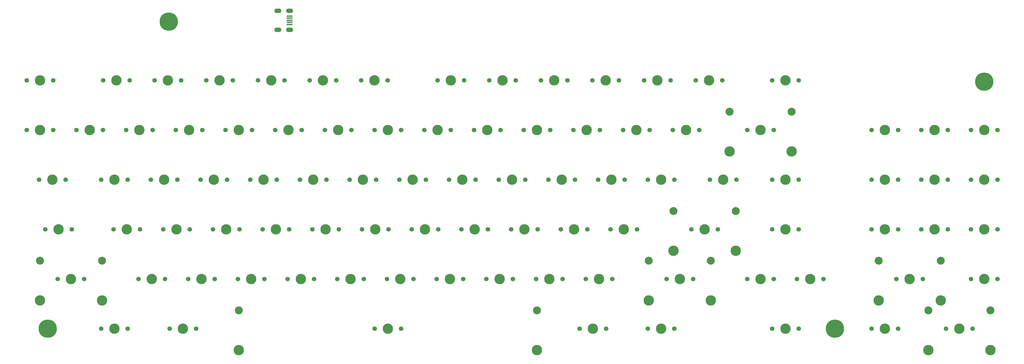
<source format=gts>
G04 #@! TF.GenerationSoftware,KiCad,Pcbnew,5.1.9*
G04 #@! TF.CreationDate,2021-03-26T15:39:31-04:00*
G04 #@! TF.ProjectId,EKS-1k,454b532d-316b-42e6-9b69-6361645f7063,rev?*
G04 #@! TF.SameCoordinates,Original*
G04 #@! TF.FileFunction,Soldermask,Top*
G04 #@! TF.FilePolarity,Negative*
%FSLAX46Y46*%
G04 Gerber Fmt 4.6, Leading zero omitted, Abs format (unit mm)*
G04 Created by KiCad (PCBNEW 5.1.9) date 2021-03-26 15:39:31*
%MOMM*%
%LPD*%
G01*
G04 APERTURE LIST*
%ADD10O,2.700000X1.700000*%
%ADD11R,2.250000X0.500000*%
%ADD12C,7.000000*%
%ADD13C,1.750000*%
%ADD14C,3.987800*%
%ADD15C,3.048000*%
G04 APERTURE END LIST*
D10*
G04 #@! TO.C,J1*
X102700000Y-7387500D03*
X102700000Y-14687500D03*
X107200000Y-14687500D03*
X107200000Y-7387500D03*
D11*
X107200000Y-9437500D03*
X107200000Y-10237500D03*
X107200000Y-11037500D03*
X107200000Y-11837500D03*
X107200000Y-12637500D03*
G04 #@! TD*
D12*
G04 #@! TO.C,REF4*
X316250000Y-129300000D03*
G04 #@! TD*
G04 #@! TO.C,REF2*
X373450000Y-34600000D03*
G04 #@! TD*
G04 #@! TO.C,REF3*
X14500000Y-129300000D03*
G04 #@! TD*
G04 #@! TO.C,REF1*
X60900000Y-11600000D03*
G04 #@! TD*
D13*
G04 #@! TO.C,MX12*
X45878900Y-34056250D03*
X35718900Y-34056250D03*
D14*
X40798900Y-34056250D03*
G04 #@! TD*
G04 #@! TO.C,MX1*
X11500000Y-34056250D03*
D13*
X6420000Y-34056250D03*
X16580000Y-34056250D03*
G04 #@! TD*
D14*
G04 #@! TO.C,MX91*
X363925000Y-129306250D03*
D13*
X358845000Y-129306250D03*
X369005000Y-129306250D03*
D15*
X352018750Y-122321250D03*
X375831250Y-122321250D03*
D14*
X352018750Y-137561250D03*
X375831250Y-137561250D03*
G04 #@! TD*
G04 #@! TO.C,MX90*
X373450000Y-110256250D03*
D13*
X368370000Y-110256250D03*
X378530000Y-110256250D03*
G04 #@! TD*
D14*
G04 #@! TO.C,MX89*
X373450000Y-91206250D03*
D13*
X368370000Y-91206250D03*
X378530000Y-91206250D03*
G04 #@! TD*
D14*
G04 #@! TO.C,MX88*
X373450000Y-72156250D03*
D13*
X368370000Y-72156250D03*
X378530000Y-72156250D03*
G04 #@! TD*
D14*
G04 #@! TO.C,MX87*
X373450000Y-53106250D03*
D13*
X368370000Y-53106250D03*
X378530000Y-53106250D03*
G04 #@! TD*
D14*
G04 #@! TO.C,MX86*
X354400000Y-91206250D03*
D13*
X349320000Y-91206250D03*
X359480000Y-91206250D03*
G04 #@! TD*
D14*
G04 #@! TO.C,MX85*
X354400000Y-72156250D03*
D13*
X349320000Y-72156250D03*
X359480000Y-72156250D03*
G04 #@! TD*
D14*
G04 #@! TO.C,MX84*
X354400000Y-53106250D03*
D13*
X349320000Y-53106250D03*
X359480000Y-53106250D03*
G04 #@! TD*
D14*
G04 #@! TO.C,MX83*
X335350000Y-129306250D03*
D13*
X330270000Y-129306250D03*
X340430000Y-129306250D03*
G04 #@! TD*
D14*
G04 #@! TO.C,MX82*
X344875000Y-110256250D03*
D13*
X339795000Y-110256250D03*
X349955000Y-110256250D03*
D15*
X332968750Y-103271250D03*
X356781250Y-103271250D03*
D14*
X332968750Y-118511250D03*
X356781250Y-118511250D03*
G04 #@! TD*
G04 #@! TO.C,MX81*
X335350000Y-91206250D03*
D13*
X330270000Y-91206250D03*
X340430000Y-91206250D03*
G04 #@! TD*
D14*
G04 #@! TO.C,MX80*
X335350000Y-72156250D03*
D13*
X330270000Y-72156250D03*
X340430000Y-72156250D03*
G04 #@! TD*
D14*
G04 #@! TO.C,MX79*
X335350000Y-53106250D03*
D13*
X330270000Y-53106250D03*
X340430000Y-53106250D03*
G04 #@! TD*
D14*
G04 #@! TO.C,MX78*
X297250000Y-129306250D03*
D13*
X292170000Y-129306250D03*
X302330000Y-129306250D03*
G04 #@! TD*
D14*
G04 #@! TO.C,MX77*
X306775000Y-110256250D03*
D13*
X301695000Y-110256250D03*
X311855000Y-110256250D03*
G04 #@! TD*
D14*
G04 #@! TO.C,MX76*
X297250000Y-91206250D03*
D13*
X292170000Y-91206250D03*
X302330000Y-91206250D03*
G04 #@! TD*
D14*
G04 #@! TO.C,MX75*
X297250000Y-72156250D03*
D13*
X292170000Y-72156250D03*
X302330000Y-72156250D03*
G04 #@! TD*
D14*
G04 #@! TO.C,MX74*
X287725000Y-53106250D03*
D13*
X282645000Y-53106250D03*
X292805000Y-53106250D03*
D15*
X275818750Y-46121250D03*
X299631250Y-46121250D03*
D14*
X275818750Y-61361250D03*
X299631250Y-61361250D03*
G04 #@! TD*
G04 #@! TO.C,MX73*
X297250000Y-34056250D03*
D13*
X292170000Y-34056250D03*
X302330000Y-34056250D03*
G04 #@! TD*
D14*
G04 #@! TO.C,MX72*
X287725000Y-110256250D03*
D13*
X282645000Y-110256250D03*
X292805000Y-110256250D03*
G04 #@! TD*
D14*
G04 #@! TO.C,MX71*
X266293750Y-91206250D03*
D13*
X261213750Y-91206250D03*
X271373750Y-91206250D03*
D15*
X254387500Y-84221250D03*
X278200000Y-84221250D03*
D14*
X254387500Y-99461250D03*
X278200000Y-99461250D03*
G04 #@! TD*
G04 #@! TO.C,MX70*
X273437500Y-72156250D03*
D13*
X268357500Y-72156250D03*
X278517500Y-72156250D03*
G04 #@! TD*
D14*
G04 #@! TO.C,MX69*
X259150000Y-53106250D03*
D13*
X254070000Y-53106250D03*
X264230000Y-53106250D03*
G04 #@! TD*
G04 #@! TO.C,MX68*
X273031100Y-34056250D03*
X262871100Y-34056250D03*
D14*
X267951100Y-34056250D03*
G04 #@! TD*
G04 #@! TO.C,MX67*
X256768750Y-110256250D03*
D13*
X251688750Y-110256250D03*
X261848750Y-110256250D03*
D15*
X244862500Y-103271250D03*
X268675000Y-103271250D03*
D14*
X244862500Y-118511250D03*
X268675000Y-118511250D03*
G04 #@! TD*
G04 #@! TO.C,MX66*
X249625000Y-72156250D03*
D13*
X244545000Y-72156250D03*
X254705000Y-72156250D03*
G04 #@! TD*
D14*
G04 #@! TO.C,MX65*
X240100000Y-53106250D03*
D13*
X235020000Y-53106250D03*
X245180000Y-53106250D03*
G04 #@! TD*
D14*
G04 #@! TO.C,MX64*
X248165770Y-34056250D03*
D13*
X243085770Y-34056250D03*
X253245770Y-34056250D03*
G04 #@! TD*
D14*
G04 #@! TO.C,MX63*
X249625000Y-129306250D03*
D13*
X244545000Y-129306250D03*
X254705000Y-129306250D03*
G04 #@! TD*
D14*
G04 #@! TO.C,MX62*
X235337500Y-91206250D03*
D13*
X230257500Y-91206250D03*
X240417500Y-91206250D03*
G04 #@! TD*
D14*
G04 #@! TO.C,MX61*
X230575000Y-72156250D03*
D13*
X225495000Y-72156250D03*
X235655000Y-72156250D03*
G04 #@! TD*
D14*
G04 #@! TO.C,MX60*
X221050000Y-53106250D03*
D13*
X215970000Y-53106250D03*
X226130000Y-53106250D03*
G04 #@! TD*
D14*
G04 #@! TO.C,MX59*
X228380440Y-34056250D03*
D13*
X223300440Y-34056250D03*
X233460440Y-34056250D03*
G04 #@! TD*
D14*
G04 #@! TO.C,MX58*
X223431250Y-129306250D03*
D13*
X218351250Y-129306250D03*
X228511250Y-129306250D03*
G04 #@! TD*
D14*
G04 #@! TO.C,MX57*
X225812500Y-110256250D03*
D13*
X220732500Y-110256250D03*
X230892500Y-110256250D03*
G04 #@! TD*
D14*
G04 #@! TO.C,MX56*
X216287500Y-91206250D03*
D13*
X211207500Y-91206250D03*
X221367500Y-91206250D03*
G04 #@! TD*
D14*
G04 #@! TO.C,MX55*
X211525000Y-72156250D03*
D13*
X206445000Y-72156250D03*
X216605000Y-72156250D03*
G04 #@! TD*
D14*
G04 #@! TO.C,MX54*
X202000000Y-53106250D03*
D13*
X196920000Y-53106250D03*
X207080000Y-53106250D03*
G04 #@! TD*
D14*
G04 #@! TO.C,MX53*
X208595110Y-34056250D03*
D13*
X203515110Y-34056250D03*
X213675110Y-34056250D03*
G04 #@! TD*
D14*
G04 #@! TO.C,MX52*
X206762500Y-110256250D03*
D13*
X201682500Y-110256250D03*
X211842500Y-110256250D03*
G04 #@! TD*
D14*
G04 #@! TO.C,MX51*
X197237500Y-91206250D03*
D13*
X192157500Y-91206250D03*
X202317500Y-91206250D03*
G04 #@! TD*
D14*
G04 #@! TO.C,MX50*
X192475000Y-72156250D03*
D13*
X187395000Y-72156250D03*
X197555000Y-72156250D03*
G04 #@! TD*
D14*
G04 #@! TO.C,MX49*
X182950000Y-53106250D03*
D13*
X177870000Y-53106250D03*
X188030000Y-53106250D03*
G04 #@! TD*
D14*
G04 #@! TO.C,MX48*
X188809780Y-34056250D03*
D13*
X183729780Y-34056250D03*
X193889780Y-34056250D03*
G04 #@! TD*
D14*
G04 #@! TO.C,MX47*
X187712500Y-110256250D03*
D13*
X182632500Y-110256250D03*
X192792500Y-110256250D03*
G04 #@! TD*
D14*
G04 #@! TO.C,MX46*
X178187500Y-91206250D03*
D13*
X173107500Y-91206250D03*
X183267500Y-91206250D03*
G04 #@! TD*
D14*
G04 #@! TO.C,MX45*
X173425000Y-72156250D03*
D13*
X168345000Y-72156250D03*
X178505000Y-72156250D03*
G04 #@! TD*
D14*
G04 #@! TO.C,MX44*
X163900000Y-53106250D03*
D13*
X158820000Y-53106250D03*
X168980000Y-53106250D03*
G04 #@! TD*
D14*
G04 #@! TO.C,MX43*
X169024450Y-34056250D03*
D13*
X163944450Y-34056250D03*
X174104450Y-34056250D03*
G04 #@! TD*
D14*
G04 #@! TO.C,MX42*
X168662500Y-110256250D03*
D13*
X163582500Y-110256250D03*
X173742500Y-110256250D03*
G04 #@! TD*
D14*
G04 #@! TO.C,MX41*
X159137500Y-91206250D03*
D13*
X154057500Y-91206250D03*
X164217500Y-91206250D03*
G04 #@! TD*
D14*
G04 #@! TO.C,MX40*
X154375000Y-72156250D03*
D13*
X149295000Y-72156250D03*
X159455000Y-72156250D03*
G04 #@! TD*
D14*
G04 #@! TO.C,MX39*
X144850000Y-53106250D03*
D13*
X139770000Y-53106250D03*
X149930000Y-53106250D03*
G04 #@! TD*
D14*
G04 #@! TO.C,MX38*
X139725550Y-34056250D03*
D13*
X134645550Y-34056250D03*
X144805550Y-34056250D03*
G04 #@! TD*
D14*
G04 #@! TO.C,MX37*
X144850000Y-129306250D03*
D13*
X139770000Y-129306250D03*
X149930000Y-129306250D03*
D15*
X87700000Y-122321250D03*
X202000000Y-122321250D03*
D14*
X87700000Y-137561250D03*
X202000000Y-137561250D03*
G04 #@! TD*
G04 #@! TO.C,MX36*
X149612500Y-110256250D03*
D13*
X144532500Y-110256250D03*
X154692500Y-110256250D03*
G04 #@! TD*
D14*
G04 #@! TO.C,MX35*
X140087500Y-91206250D03*
D13*
X135007500Y-91206250D03*
X145167500Y-91206250D03*
G04 #@! TD*
D14*
G04 #@! TO.C,MX34*
X135325000Y-72156250D03*
D13*
X130245000Y-72156250D03*
X140405000Y-72156250D03*
G04 #@! TD*
D14*
G04 #@! TO.C,MX33*
X125800000Y-53106250D03*
D13*
X120720000Y-53106250D03*
X130880000Y-53106250D03*
G04 #@! TD*
D14*
G04 #@! TO.C,MX32*
X119940220Y-34056250D03*
D13*
X114860220Y-34056250D03*
X125020220Y-34056250D03*
G04 #@! TD*
D14*
G04 #@! TO.C,MX31*
X130562500Y-110256250D03*
D13*
X125482500Y-110256250D03*
X135642500Y-110256250D03*
G04 #@! TD*
D14*
G04 #@! TO.C,MX30*
X121037500Y-91206250D03*
D13*
X115957500Y-91206250D03*
X126117500Y-91206250D03*
G04 #@! TD*
D14*
G04 #@! TO.C,MX29*
X116275000Y-72156250D03*
D13*
X111195000Y-72156250D03*
X121355000Y-72156250D03*
G04 #@! TD*
D14*
G04 #@! TO.C,MX28*
X106750000Y-53106250D03*
D13*
X101670000Y-53106250D03*
X111830000Y-53106250D03*
G04 #@! TD*
D14*
G04 #@! TO.C,MX27*
X100154890Y-34056250D03*
D13*
X95074890Y-34056250D03*
X105234890Y-34056250D03*
G04 #@! TD*
D14*
G04 #@! TO.C,MX26*
X111512500Y-110256250D03*
D13*
X106432500Y-110256250D03*
X116592500Y-110256250D03*
G04 #@! TD*
D14*
G04 #@! TO.C,MX25*
X101987500Y-91206250D03*
D13*
X96907500Y-91206250D03*
X107067500Y-91206250D03*
G04 #@! TD*
D14*
G04 #@! TO.C,MX24*
X97225000Y-72156250D03*
D13*
X92145000Y-72156250D03*
X102305000Y-72156250D03*
G04 #@! TD*
D14*
G04 #@! TO.C,MX23*
X87700000Y-53106250D03*
D13*
X82620000Y-53106250D03*
X92780000Y-53106250D03*
G04 #@! TD*
D14*
G04 #@! TO.C,MX22*
X80369560Y-34056250D03*
D13*
X75289560Y-34056250D03*
X85449560Y-34056250D03*
G04 #@! TD*
D14*
G04 #@! TO.C,MX21*
X92462500Y-110256250D03*
D13*
X87382500Y-110256250D03*
X97542500Y-110256250D03*
G04 #@! TD*
D14*
G04 #@! TO.C,MX20*
X82937500Y-91206250D03*
D13*
X77857500Y-91206250D03*
X88017500Y-91206250D03*
G04 #@! TD*
D14*
G04 #@! TO.C,MX19*
X78175000Y-72156250D03*
D13*
X73095000Y-72156250D03*
X83255000Y-72156250D03*
G04 #@! TD*
D14*
G04 #@! TO.C,MX18*
X68650000Y-53106250D03*
D13*
X63570000Y-53106250D03*
X73730000Y-53106250D03*
G04 #@! TD*
D14*
G04 #@! TO.C,MX17*
X60584230Y-34056250D03*
D13*
X55504230Y-34056250D03*
X65664230Y-34056250D03*
G04 #@! TD*
D14*
G04 #@! TO.C,MX16*
X73412500Y-110256250D03*
D13*
X68332500Y-110256250D03*
X78492500Y-110256250D03*
G04 #@! TD*
D14*
G04 #@! TO.C,MX15*
X63887500Y-91206250D03*
D13*
X58807500Y-91206250D03*
X68967500Y-91206250D03*
G04 #@! TD*
D14*
G04 #@! TO.C,MX14*
X59125000Y-72156250D03*
D13*
X54045000Y-72156250D03*
X64205000Y-72156250D03*
G04 #@! TD*
D14*
G04 #@! TO.C,MX13*
X49600000Y-53106250D03*
D13*
X44520000Y-53106250D03*
X54680000Y-53106250D03*
G04 #@! TD*
D14*
G04 #@! TO.C,MX11*
X66268750Y-129306250D03*
D13*
X61188750Y-129306250D03*
X71348750Y-129306250D03*
G04 #@! TD*
D14*
G04 #@! TO.C,MX10*
X54362500Y-110256250D03*
D13*
X49282500Y-110256250D03*
X59442500Y-110256250D03*
G04 #@! TD*
D14*
G04 #@! TO.C,MX9*
X44837500Y-91206250D03*
D13*
X39757500Y-91206250D03*
X49917500Y-91206250D03*
G04 #@! TD*
D14*
G04 #@! TO.C,MX8*
X40075000Y-72156250D03*
D13*
X34995000Y-72156250D03*
X45155000Y-72156250D03*
G04 #@! TD*
D14*
G04 #@! TO.C,MX7*
X30550000Y-53106250D03*
D13*
X25470000Y-53106250D03*
X35630000Y-53106250D03*
G04 #@! TD*
D14*
G04 #@! TO.C,MX6*
X40075000Y-129306250D03*
D13*
X34995000Y-129306250D03*
X45155000Y-129306250D03*
G04 #@! TD*
D14*
G04 #@! TO.C,MX5*
X23406250Y-110256250D03*
D13*
X18326250Y-110256250D03*
X28486250Y-110256250D03*
D15*
X11500000Y-103271250D03*
X35312500Y-103271250D03*
D14*
X11500000Y-118511250D03*
X35312500Y-118511250D03*
G04 #@! TD*
G04 #@! TO.C,MX4*
X18643750Y-91206250D03*
D13*
X13563750Y-91206250D03*
X23723750Y-91206250D03*
G04 #@! TD*
D14*
G04 #@! TO.C,MX3*
X16262500Y-72156250D03*
D13*
X11182500Y-72156250D03*
X21342500Y-72156250D03*
G04 #@! TD*
D14*
G04 #@! TO.C,MX2*
X11500000Y-53106250D03*
D13*
X6420000Y-53106250D03*
X16580000Y-53106250D03*
G04 #@! TD*
M02*

</source>
